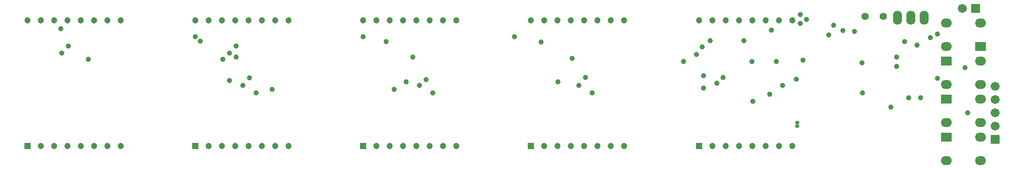
<source format=gbs>
G04*
G04 #@! TF.GenerationSoftware,Altium Limited,Altium Designer,19.1.1 (5)*
G04*
G04 Layer_Color=16711935*
%FSTAX24Y24*%
%MOIN*%
G70*
G01*
G75*
%ADD37O,0.0828X0.0671*%
%ADD38R,0.0828X0.0671*%
%ADD39C,0.0671*%
%ADD40R,0.0671X0.0671*%
%ADD41C,0.0552*%
%ADD42O,0.0671X0.1064*%
%ADD43O,0.0316X0.0277*%
%ADD44R,0.0474X0.0474*%
%ADD45C,0.0474*%
%ADD46R,0.0671X0.0671*%
%ADD47C,0.0395*%
D37*
X092556Y026712D02*
D03*
Y024941D02*
D03*
X089997D02*
D03*
Y027791D02*
D03*
X092556D02*
D03*
Y029562D02*
D03*
X089997Y030669D02*
D03*
X092556D02*
D03*
Y032441D02*
D03*
Y035298D02*
D03*
X089997D02*
D03*
Y033526D02*
D03*
D38*
Y026712D02*
D03*
Y029562D02*
D03*
Y032441D02*
D03*
X092556Y033526D02*
D03*
D39*
X091187Y036396D02*
D03*
X093652Y029541D02*
D03*
Y028541D02*
D03*
Y027541D02*
D03*
Y030541D02*
D03*
D40*
X092187Y036396D02*
D03*
D41*
X083898Y035791D02*
D03*
X085237D02*
D03*
D42*
X088334Y035687D02*
D03*
X087334D02*
D03*
X086334D02*
D03*
D43*
X078784Y027816D02*
D03*
Y027541D02*
D03*
D44*
X071417Y026046D02*
D03*
X033587Y026042D02*
D03*
X058787D02*
D03*
X046187D02*
D03*
X020987D02*
D03*
D45*
X072417Y026046D02*
D03*
X073417D02*
D03*
X074417D02*
D03*
X075417D02*
D03*
X076417D02*
D03*
X077417D02*
D03*
X078417D02*
D03*
Y035495D02*
D03*
X077417D02*
D03*
X076417D02*
D03*
X075417D02*
D03*
X074417D02*
D03*
X073417D02*
D03*
X072417D02*
D03*
X071417D02*
D03*
X033587Y035491D02*
D03*
X034587D02*
D03*
X035587D02*
D03*
X036587D02*
D03*
X037587D02*
D03*
X038587D02*
D03*
X039587D02*
D03*
X040587D02*
D03*
Y026042D02*
D03*
X039587D02*
D03*
X038587D02*
D03*
X037587D02*
D03*
X036587D02*
D03*
X035587D02*
D03*
X034587D02*
D03*
X058787Y035491D02*
D03*
X059787D02*
D03*
X060787D02*
D03*
X061787D02*
D03*
X062787D02*
D03*
X063787D02*
D03*
X064787D02*
D03*
X065787D02*
D03*
Y026042D02*
D03*
X064787D02*
D03*
X063787D02*
D03*
X062787D02*
D03*
X061787D02*
D03*
X060787D02*
D03*
X059787D02*
D03*
X046187Y035491D02*
D03*
X047187D02*
D03*
X048187D02*
D03*
X049187D02*
D03*
X050187D02*
D03*
X051187D02*
D03*
X052187D02*
D03*
X053187D02*
D03*
Y026042D02*
D03*
X052187D02*
D03*
X051187D02*
D03*
X050187D02*
D03*
X049187D02*
D03*
X048187D02*
D03*
X047187D02*
D03*
X020987Y035491D02*
D03*
X021987D02*
D03*
X022987D02*
D03*
X023987D02*
D03*
X024987D02*
D03*
X025987D02*
D03*
X026987D02*
D03*
X027987D02*
D03*
Y026042D02*
D03*
X026987D02*
D03*
X025987D02*
D03*
X024987D02*
D03*
X023987D02*
D03*
X022987D02*
D03*
X021987D02*
D03*
D46*
X093652Y026541D02*
D03*
D47*
X037666Y031162D02*
D03*
X07545Y029405D02*
D03*
X088039Y029685D02*
D03*
X075387Y032401D02*
D03*
X083673Y030022D02*
D03*
X083652Y032293D02*
D03*
X083091Y034685D02*
D03*
X081152Y034412D02*
D03*
X071659Y033486D02*
D03*
X074785Y033984D02*
D03*
X089308Y031147D02*
D03*
X087777Y033623D02*
D03*
X089308Y034481D02*
D03*
X088788Y034215D02*
D03*
X086847Y033896D02*
D03*
X091594Y028541D02*
D03*
X085807Y028967D02*
D03*
X086252Y032739D02*
D03*
X087146Y029685D02*
D03*
X036156Y030954D02*
D03*
X072748Y030778D02*
D03*
X071737Y030413D02*
D03*
X073232Y031201D02*
D03*
X07722Y032401D02*
D03*
X062886Y031201D02*
D03*
X035656Y032581D02*
D03*
X025556Y032581D02*
D03*
X023556Y03304D02*
D03*
X063387Y030031D02*
D03*
X051407D02*
D03*
X049414Y030881D02*
D03*
X078708Y031063D02*
D03*
X077694Y030611D02*
D03*
X076868Y034764D02*
D03*
X082231Y034751D02*
D03*
X081528Y035129D02*
D03*
X079206Y032498D02*
D03*
X079019Y035951D02*
D03*
X023478Y034881D02*
D03*
X086252Y032047D02*
D03*
X046187Y034261D02*
D03*
X059557Y033885D02*
D03*
X061886Y032639D02*
D03*
X057557Y034261D02*
D03*
X071217Y032941D02*
D03*
X036656Y032741D02*
D03*
X049906D02*
D03*
X024056Y033581D02*
D03*
X036656D02*
D03*
X037156Y030591D02*
D03*
X050906Y031041D02*
D03*
X036156Y033041D02*
D03*
X060807Y030871D02*
D03*
X071737Y031321D02*
D03*
X070237Y032401D02*
D03*
X079017Y035271D02*
D03*
X091377Y031931D02*
D03*
X079477Y035581D02*
D03*
X076707Y029921D02*
D03*
X072237Y033981D02*
D03*
X033967Y033921D02*
D03*
X047907Y033911D02*
D03*
X048527Y030311D02*
D03*
X039357D02*
D03*
X038157Y030031D02*
D03*
X062386Y030591D02*
D03*
X050406D02*
D03*
X033587Y034261D02*
D03*
M02*

</source>
